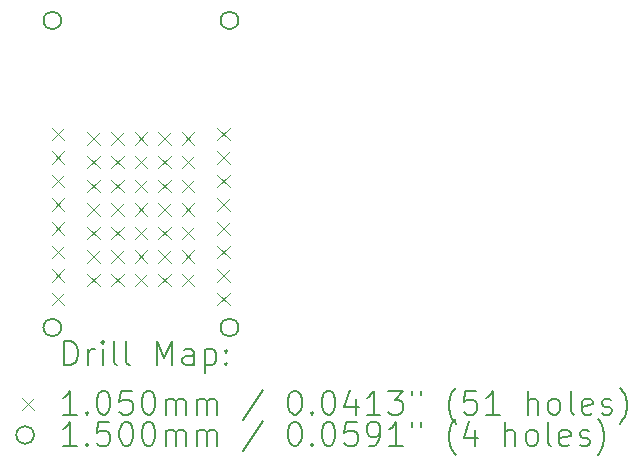
<source format=gbr>
%TF.GenerationSoftware,KiCad,Pcbnew,6.0.10+dfsg-1~bpo11+1*%
%TF.ProjectId,mag,6d61672e-6b69-4636-9164-5f7063625858,rev?*%
%TF.SameCoordinates,Original*%
%TF.FileFunction,Drillmap*%
%TF.FilePolarity,Positive*%
%FSLAX45Y45*%
G04 Gerber Fmt 4.5, Leading zero omitted, Abs format (unit mm)*
%MOMM*%
%LPD*%
G01*
G04 APERTURE LIST*
%ADD10C,0.200000*%
%ADD11C,0.105000*%
%ADD12C,0.150000*%
G04 APERTURE END LIST*
D10*
D11*
X12797500Y-10907500D02*
X12902500Y-11012500D01*
X12902500Y-10907500D02*
X12797500Y-11012500D01*
X12797500Y-11107500D02*
X12902500Y-11212500D01*
X12902500Y-11107500D02*
X12797500Y-11212500D01*
X12797500Y-11307500D02*
X12902500Y-11412500D01*
X12902500Y-11307500D02*
X12797500Y-11412500D01*
X12797500Y-11507500D02*
X12902500Y-11612500D01*
X12902500Y-11507500D02*
X12797500Y-11612500D01*
X12797500Y-11707500D02*
X12902500Y-11812500D01*
X12902500Y-11707500D02*
X12797500Y-11812500D01*
X12797500Y-11907500D02*
X12902500Y-12012500D01*
X12902500Y-11907500D02*
X12797500Y-12012500D01*
X12797500Y-12107500D02*
X12902500Y-12212500D01*
X12902500Y-12107500D02*
X12797500Y-12212500D01*
X12797500Y-12307500D02*
X12902500Y-12412500D01*
X12902500Y-12307500D02*
X12797500Y-12412500D01*
X13097500Y-10947500D02*
X13202500Y-11052500D01*
X13202500Y-10947500D02*
X13097500Y-11052500D01*
X13097500Y-11147500D02*
X13202500Y-11252500D01*
X13202500Y-11147500D02*
X13097500Y-11252500D01*
X13097500Y-11347500D02*
X13202500Y-11452500D01*
X13202500Y-11347500D02*
X13097500Y-11452500D01*
X13097500Y-11547500D02*
X13202500Y-11652500D01*
X13202500Y-11547500D02*
X13097500Y-11652500D01*
X13097500Y-11747500D02*
X13202500Y-11852500D01*
X13202500Y-11747500D02*
X13097500Y-11852500D01*
X13097500Y-11947500D02*
X13202500Y-12052500D01*
X13202500Y-11947500D02*
X13097500Y-12052500D01*
X13097500Y-12147500D02*
X13202500Y-12252500D01*
X13202500Y-12147500D02*
X13097500Y-12252500D01*
X13297500Y-10947500D02*
X13402500Y-11052500D01*
X13402500Y-10947500D02*
X13297500Y-11052500D01*
X13297500Y-11147500D02*
X13402500Y-11252500D01*
X13402500Y-11147500D02*
X13297500Y-11252500D01*
X13297500Y-11347500D02*
X13402500Y-11452500D01*
X13402500Y-11347500D02*
X13297500Y-11452500D01*
X13297500Y-11547500D02*
X13402500Y-11652500D01*
X13402500Y-11547500D02*
X13297500Y-11652500D01*
X13297500Y-11747500D02*
X13402500Y-11852500D01*
X13402500Y-11747500D02*
X13297500Y-11852500D01*
X13297500Y-11947500D02*
X13402500Y-12052500D01*
X13402500Y-11947500D02*
X13297500Y-12052500D01*
X13297500Y-12147500D02*
X13402500Y-12252500D01*
X13402500Y-12147500D02*
X13297500Y-12252500D01*
X13497500Y-10947500D02*
X13602500Y-11052500D01*
X13602500Y-10947500D02*
X13497500Y-11052500D01*
X13497500Y-11147500D02*
X13602500Y-11252500D01*
X13602500Y-11147500D02*
X13497500Y-11252500D01*
X13497500Y-11347500D02*
X13602500Y-11452500D01*
X13602500Y-11347500D02*
X13497500Y-11452500D01*
X13497500Y-11547500D02*
X13602500Y-11652500D01*
X13602500Y-11547500D02*
X13497500Y-11652500D01*
X13497500Y-11747500D02*
X13602500Y-11852500D01*
X13602500Y-11747500D02*
X13497500Y-11852500D01*
X13497500Y-11947500D02*
X13602500Y-12052500D01*
X13602500Y-11947500D02*
X13497500Y-12052500D01*
X13497500Y-12147500D02*
X13602500Y-12252500D01*
X13602500Y-12147500D02*
X13497500Y-12252500D01*
X13697500Y-10947500D02*
X13802500Y-11052500D01*
X13802500Y-10947500D02*
X13697500Y-11052500D01*
X13697500Y-11147500D02*
X13802500Y-11252500D01*
X13802500Y-11147500D02*
X13697500Y-11252500D01*
X13697500Y-11347500D02*
X13802500Y-11452500D01*
X13802500Y-11347500D02*
X13697500Y-11452500D01*
X13697500Y-11547500D02*
X13802500Y-11652500D01*
X13802500Y-11547500D02*
X13697500Y-11652500D01*
X13697500Y-11747500D02*
X13802500Y-11852500D01*
X13802500Y-11747500D02*
X13697500Y-11852500D01*
X13697500Y-11947500D02*
X13802500Y-12052500D01*
X13802500Y-11947500D02*
X13697500Y-12052500D01*
X13697500Y-12147500D02*
X13802500Y-12252500D01*
X13802500Y-12147500D02*
X13697500Y-12252500D01*
X13897500Y-10947500D02*
X14002500Y-11052500D01*
X14002500Y-10947500D02*
X13897500Y-11052500D01*
X13897500Y-11147500D02*
X14002500Y-11252500D01*
X14002500Y-11147500D02*
X13897500Y-11252500D01*
X13897500Y-11347500D02*
X14002500Y-11452500D01*
X14002500Y-11347500D02*
X13897500Y-11452500D01*
X13897500Y-11547500D02*
X14002500Y-11652500D01*
X14002500Y-11547500D02*
X13897500Y-11652500D01*
X13897500Y-11747500D02*
X14002500Y-11852500D01*
X14002500Y-11747500D02*
X13897500Y-11852500D01*
X13897500Y-11947500D02*
X14002500Y-12052500D01*
X14002500Y-11947500D02*
X13897500Y-12052500D01*
X13897500Y-12147500D02*
X14002500Y-12252500D01*
X14002500Y-12147500D02*
X13897500Y-12252500D01*
X14197500Y-10907500D02*
X14302500Y-11012500D01*
X14302500Y-10907500D02*
X14197500Y-11012500D01*
X14197500Y-11107500D02*
X14302500Y-11212500D01*
X14302500Y-11107500D02*
X14197500Y-11212500D01*
X14197500Y-11307500D02*
X14302500Y-11412500D01*
X14302500Y-11307500D02*
X14197500Y-11412500D01*
X14197500Y-11507500D02*
X14302500Y-11612500D01*
X14302500Y-11507500D02*
X14197500Y-11612500D01*
X14197500Y-11707500D02*
X14302500Y-11812500D01*
X14302500Y-11707500D02*
X14197500Y-11812500D01*
X14197500Y-11907500D02*
X14302500Y-12012500D01*
X14302500Y-11907500D02*
X14197500Y-12012500D01*
X14197500Y-12107500D02*
X14302500Y-12212500D01*
X14302500Y-12107500D02*
X14197500Y-12212500D01*
X14197500Y-12307500D02*
X14302500Y-12412500D01*
X14302500Y-12307500D02*
X14197500Y-12412500D01*
D12*
X12875000Y-10000000D02*
G75*
G03*
X12875000Y-10000000I-75000J0D01*
G01*
X12875000Y-12600000D02*
G75*
G03*
X12875000Y-12600000I-75000J0D01*
G01*
X14375000Y-10000000D02*
G75*
G03*
X14375000Y-10000000I-75000J0D01*
G01*
X14375000Y-12600000D02*
G75*
G03*
X14375000Y-12600000I-75000J0D01*
G01*
D10*
X12901619Y-12916476D02*
X12901619Y-12716476D01*
X12949238Y-12716476D01*
X12977809Y-12726000D01*
X12996857Y-12745048D01*
X13006381Y-12764095D01*
X13015905Y-12802190D01*
X13015905Y-12830762D01*
X13006381Y-12868857D01*
X12996857Y-12887905D01*
X12977809Y-12906952D01*
X12949238Y-12916476D01*
X12901619Y-12916476D01*
X13101619Y-12916476D02*
X13101619Y-12783143D01*
X13101619Y-12821238D02*
X13111143Y-12802190D01*
X13120667Y-12792667D01*
X13139714Y-12783143D01*
X13158762Y-12783143D01*
X13225428Y-12916476D02*
X13225428Y-12783143D01*
X13225428Y-12716476D02*
X13215905Y-12726000D01*
X13225428Y-12735524D01*
X13234952Y-12726000D01*
X13225428Y-12716476D01*
X13225428Y-12735524D01*
X13349238Y-12916476D02*
X13330190Y-12906952D01*
X13320667Y-12887905D01*
X13320667Y-12716476D01*
X13454000Y-12916476D02*
X13434952Y-12906952D01*
X13425428Y-12887905D01*
X13425428Y-12716476D01*
X13682571Y-12916476D02*
X13682571Y-12716476D01*
X13749238Y-12859333D01*
X13815905Y-12716476D01*
X13815905Y-12916476D01*
X13996857Y-12916476D02*
X13996857Y-12811714D01*
X13987333Y-12792667D01*
X13968286Y-12783143D01*
X13930190Y-12783143D01*
X13911143Y-12792667D01*
X13996857Y-12906952D02*
X13977809Y-12916476D01*
X13930190Y-12916476D01*
X13911143Y-12906952D01*
X13901619Y-12887905D01*
X13901619Y-12868857D01*
X13911143Y-12849809D01*
X13930190Y-12840286D01*
X13977809Y-12840286D01*
X13996857Y-12830762D01*
X14092095Y-12783143D02*
X14092095Y-12983143D01*
X14092095Y-12792667D02*
X14111143Y-12783143D01*
X14149238Y-12783143D01*
X14168286Y-12792667D01*
X14177809Y-12802190D01*
X14187333Y-12821238D01*
X14187333Y-12878381D01*
X14177809Y-12897428D01*
X14168286Y-12906952D01*
X14149238Y-12916476D01*
X14111143Y-12916476D01*
X14092095Y-12906952D01*
X14273048Y-12897428D02*
X14282571Y-12906952D01*
X14273048Y-12916476D01*
X14263524Y-12906952D01*
X14273048Y-12897428D01*
X14273048Y-12916476D01*
X14273048Y-12792667D02*
X14282571Y-12802190D01*
X14273048Y-12811714D01*
X14263524Y-12802190D01*
X14273048Y-12792667D01*
X14273048Y-12811714D01*
D11*
X12539000Y-13193500D02*
X12644000Y-13298500D01*
X12644000Y-13193500D02*
X12539000Y-13298500D01*
D10*
X13006381Y-13336476D02*
X12892095Y-13336476D01*
X12949238Y-13336476D02*
X12949238Y-13136476D01*
X12930190Y-13165048D01*
X12911143Y-13184095D01*
X12892095Y-13193619D01*
X13092095Y-13317428D02*
X13101619Y-13326952D01*
X13092095Y-13336476D01*
X13082571Y-13326952D01*
X13092095Y-13317428D01*
X13092095Y-13336476D01*
X13225428Y-13136476D02*
X13244476Y-13136476D01*
X13263524Y-13146000D01*
X13273048Y-13155524D01*
X13282571Y-13174571D01*
X13292095Y-13212667D01*
X13292095Y-13260286D01*
X13282571Y-13298381D01*
X13273048Y-13317428D01*
X13263524Y-13326952D01*
X13244476Y-13336476D01*
X13225428Y-13336476D01*
X13206381Y-13326952D01*
X13196857Y-13317428D01*
X13187333Y-13298381D01*
X13177809Y-13260286D01*
X13177809Y-13212667D01*
X13187333Y-13174571D01*
X13196857Y-13155524D01*
X13206381Y-13146000D01*
X13225428Y-13136476D01*
X13473048Y-13136476D02*
X13377809Y-13136476D01*
X13368286Y-13231714D01*
X13377809Y-13222190D01*
X13396857Y-13212667D01*
X13444476Y-13212667D01*
X13463524Y-13222190D01*
X13473048Y-13231714D01*
X13482571Y-13250762D01*
X13482571Y-13298381D01*
X13473048Y-13317428D01*
X13463524Y-13326952D01*
X13444476Y-13336476D01*
X13396857Y-13336476D01*
X13377809Y-13326952D01*
X13368286Y-13317428D01*
X13606381Y-13136476D02*
X13625428Y-13136476D01*
X13644476Y-13146000D01*
X13654000Y-13155524D01*
X13663524Y-13174571D01*
X13673048Y-13212667D01*
X13673048Y-13260286D01*
X13663524Y-13298381D01*
X13654000Y-13317428D01*
X13644476Y-13326952D01*
X13625428Y-13336476D01*
X13606381Y-13336476D01*
X13587333Y-13326952D01*
X13577809Y-13317428D01*
X13568286Y-13298381D01*
X13558762Y-13260286D01*
X13558762Y-13212667D01*
X13568286Y-13174571D01*
X13577809Y-13155524D01*
X13587333Y-13146000D01*
X13606381Y-13136476D01*
X13758762Y-13336476D02*
X13758762Y-13203143D01*
X13758762Y-13222190D02*
X13768286Y-13212667D01*
X13787333Y-13203143D01*
X13815905Y-13203143D01*
X13834952Y-13212667D01*
X13844476Y-13231714D01*
X13844476Y-13336476D01*
X13844476Y-13231714D02*
X13854000Y-13212667D01*
X13873048Y-13203143D01*
X13901619Y-13203143D01*
X13920667Y-13212667D01*
X13930190Y-13231714D01*
X13930190Y-13336476D01*
X14025428Y-13336476D02*
X14025428Y-13203143D01*
X14025428Y-13222190D02*
X14034952Y-13212667D01*
X14054000Y-13203143D01*
X14082571Y-13203143D01*
X14101619Y-13212667D01*
X14111143Y-13231714D01*
X14111143Y-13336476D01*
X14111143Y-13231714D02*
X14120667Y-13212667D01*
X14139714Y-13203143D01*
X14168286Y-13203143D01*
X14187333Y-13212667D01*
X14196857Y-13231714D01*
X14196857Y-13336476D01*
X14587333Y-13126952D02*
X14415905Y-13384095D01*
X14844476Y-13136476D02*
X14863524Y-13136476D01*
X14882571Y-13146000D01*
X14892095Y-13155524D01*
X14901619Y-13174571D01*
X14911143Y-13212667D01*
X14911143Y-13260286D01*
X14901619Y-13298381D01*
X14892095Y-13317428D01*
X14882571Y-13326952D01*
X14863524Y-13336476D01*
X14844476Y-13336476D01*
X14825428Y-13326952D01*
X14815905Y-13317428D01*
X14806381Y-13298381D01*
X14796857Y-13260286D01*
X14796857Y-13212667D01*
X14806381Y-13174571D01*
X14815905Y-13155524D01*
X14825428Y-13146000D01*
X14844476Y-13136476D01*
X14996857Y-13317428D02*
X15006381Y-13326952D01*
X14996857Y-13336476D01*
X14987333Y-13326952D01*
X14996857Y-13317428D01*
X14996857Y-13336476D01*
X15130190Y-13136476D02*
X15149238Y-13136476D01*
X15168286Y-13146000D01*
X15177809Y-13155524D01*
X15187333Y-13174571D01*
X15196857Y-13212667D01*
X15196857Y-13260286D01*
X15187333Y-13298381D01*
X15177809Y-13317428D01*
X15168286Y-13326952D01*
X15149238Y-13336476D01*
X15130190Y-13336476D01*
X15111143Y-13326952D01*
X15101619Y-13317428D01*
X15092095Y-13298381D01*
X15082571Y-13260286D01*
X15082571Y-13212667D01*
X15092095Y-13174571D01*
X15101619Y-13155524D01*
X15111143Y-13146000D01*
X15130190Y-13136476D01*
X15368286Y-13203143D02*
X15368286Y-13336476D01*
X15320667Y-13126952D02*
X15273048Y-13269809D01*
X15396857Y-13269809D01*
X15577809Y-13336476D02*
X15463524Y-13336476D01*
X15520667Y-13336476D02*
X15520667Y-13136476D01*
X15501619Y-13165048D01*
X15482571Y-13184095D01*
X15463524Y-13193619D01*
X15644476Y-13136476D02*
X15768286Y-13136476D01*
X15701619Y-13212667D01*
X15730190Y-13212667D01*
X15749238Y-13222190D01*
X15758762Y-13231714D01*
X15768286Y-13250762D01*
X15768286Y-13298381D01*
X15758762Y-13317428D01*
X15749238Y-13326952D01*
X15730190Y-13336476D01*
X15673048Y-13336476D01*
X15654000Y-13326952D01*
X15644476Y-13317428D01*
X15844476Y-13136476D02*
X15844476Y-13174571D01*
X15920667Y-13136476D02*
X15920667Y-13174571D01*
X16215905Y-13412667D02*
X16206381Y-13403143D01*
X16187333Y-13374571D01*
X16177809Y-13355524D01*
X16168286Y-13326952D01*
X16158762Y-13279333D01*
X16158762Y-13241238D01*
X16168286Y-13193619D01*
X16177809Y-13165048D01*
X16187333Y-13146000D01*
X16206381Y-13117428D01*
X16215905Y-13107905D01*
X16387333Y-13136476D02*
X16292095Y-13136476D01*
X16282571Y-13231714D01*
X16292095Y-13222190D01*
X16311143Y-13212667D01*
X16358762Y-13212667D01*
X16377809Y-13222190D01*
X16387333Y-13231714D01*
X16396857Y-13250762D01*
X16396857Y-13298381D01*
X16387333Y-13317428D01*
X16377809Y-13326952D01*
X16358762Y-13336476D01*
X16311143Y-13336476D01*
X16292095Y-13326952D01*
X16282571Y-13317428D01*
X16587333Y-13336476D02*
X16473048Y-13336476D01*
X16530190Y-13336476D02*
X16530190Y-13136476D01*
X16511143Y-13165048D01*
X16492095Y-13184095D01*
X16473048Y-13193619D01*
X16825429Y-13336476D02*
X16825429Y-13136476D01*
X16911143Y-13336476D02*
X16911143Y-13231714D01*
X16901619Y-13212667D01*
X16882571Y-13203143D01*
X16854000Y-13203143D01*
X16834952Y-13212667D01*
X16825429Y-13222190D01*
X17034952Y-13336476D02*
X17015905Y-13326952D01*
X17006381Y-13317428D01*
X16996857Y-13298381D01*
X16996857Y-13241238D01*
X17006381Y-13222190D01*
X17015905Y-13212667D01*
X17034952Y-13203143D01*
X17063524Y-13203143D01*
X17082571Y-13212667D01*
X17092095Y-13222190D01*
X17101619Y-13241238D01*
X17101619Y-13298381D01*
X17092095Y-13317428D01*
X17082571Y-13326952D01*
X17063524Y-13336476D01*
X17034952Y-13336476D01*
X17215905Y-13336476D02*
X17196857Y-13326952D01*
X17187333Y-13307905D01*
X17187333Y-13136476D01*
X17368286Y-13326952D02*
X17349238Y-13336476D01*
X17311143Y-13336476D01*
X17292095Y-13326952D01*
X17282571Y-13307905D01*
X17282571Y-13231714D01*
X17292095Y-13212667D01*
X17311143Y-13203143D01*
X17349238Y-13203143D01*
X17368286Y-13212667D01*
X17377810Y-13231714D01*
X17377810Y-13250762D01*
X17282571Y-13269809D01*
X17454000Y-13326952D02*
X17473048Y-13336476D01*
X17511143Y-13336476D01*
X17530190Y-13326952D01*
X17539714Y-13307905D01*
X17539714Y-13298381D01*
X17530190Y-13279333D01*
X17511143Y-13269809D01*
X17482571Y-13269809D01*
X17463524Y-13260286D01*
X17454000Y-13241238D01*
X17454000Y-13231714D01*
X17463524Y-13212667D01*
X17482571Y-13203143D01*
X17511143Y-13203143D01*
X17530190Y-13212667D01*
X17606381Y-13412667D02*
X17615905Y-13403143D01*
X17634952Y-13374571D01*
X17644476Y-13355524D01*
X17654000Y-13326952D01*
X17663524Y-13279333D01*
X17663524Y-13241238D01*
X17654000Y-13193619D01*
X17644476Y-13165048D01*
X17634952Y-13146000D01*
X17615905Y-13117428D01*
X17606381Y-13107905D01*
D12*
X12644000Y-13510000D02*
G75*
G03*
X12644000Y-13510000I-75000J0D01*
G01*
D10*
X13006381Y-13600476D02*
X12892095Y-13600476D01*
X12949238Y-13600476D02*
X12949238Y-13400476D01*
X12930190Y-13429048D01*
X12911143Y-13448095D01*
X12892095Y-13457619D01*
X13092095Y-13581428D02*
X13101619Y-13590952D01*
X13092095Y-13600476D01*
X13082571Y-13590952D01*
X13092095Y-13581428D01*
X13092095Y-13600476D01*
X13282571Y-13400476D02*
X13187333Y-13400476D01*
X13177809Y-13495714D01*
X13187333Y-13486190D01*
X13206381Y-13476667D01*
X13254000Y-13476667D01*
X13273048Y-13486190D01*
X13282571Y-13495714D01*
X13292095Y-13514762D01*
X13292095Y-13562381D01*
X13282571Y-13581428D01*
X13273048Y-13590952D01*
X13254000Y-13600476D01*
X13206381Y-13600476D01*
X13187333Y-13590952D01*
X13177809Y-13581428D01*
X13415905Y-13400476D02*
X13434952Y-13400476D01*
X13454000Y-13410000D01*
X13463524Y-13419524D01*
X13473048Y-13438571D01*
X13482571Y-13476667D01*
X13482571Y-13524286D01*
X13473048Y-13562381D01*
X13463524Y-13581428D01*
X13454000Y-13590952D01*
X13434952Y-13600476D01*
X13415905Y-13600476D01*
X13396857Y-13590952D01*
X13387333Y-13581428D01*
X13377809Y-13562381D01*
X13368286Y-13524286D01*
X13368286Y-13476667D01*
X13377809Y-13438571D01*
X13387333Y-13419524D01*
X13396857Y-13410000D01*
X13415905Y-13400476D01*
X13606381Y-13400476D02*
X13625428Y-13400476D01*
X13644476Y-13410000D01*
X13654000Y-13419524D01*
X13663524Y-13438571D01*
X13673048Y-13476667D01*
X13673048Y-13524286D01*
X13663524Y-13562381D01*
X13654000Y-13581428D01*
X13644476Y-13590952D01*
X13625428Y-13600476D01*
X13606381Y-13600476D01*
X13587333Y-13590952D01*
X13577809Y-13581428D01*
X13568286Y-13562381D01*
X13558762Y-13524286D01*
X13558762Y-13476667D01*
X13568286Y-13438571D01*
X13577809Y-13419524D01*
X13587333Y-13410000D01*
X13606381Y-13400476D01*
X13758762Y-13600476D02*
X13758762Y-13467143D01*
X13758762Y-13486190D02*
X13768286Y-13476667D01*
X13787333Y-13467143D01*
X13815905Y-13467143D01*
X13834952Y-13476667D01*
X13844476Y-13495714D01*
X13844476Y-13600476D01*
X13844476Y-13495714D02*
X13854000Y-13476667D01*
X13873048Y-13467143D01*
X13901619Y-13467143D01*
X13920667Y-13476667D01*
X13930190Y-13495714D01*
X13930190Y-13600476D01*
X14025428Y-13600476D02*
X14025428Y-13467143D01*
X14025428Y-13486190D02*
X14034952Y-13476667D01*
X14054000Y-13467143D01*
X14082571Y-13467143D01*
X14101619Y-13476667D01*
X14111143Y-13495714D01*
X14111143Y-13600476D01*
X14111143Y-13495714D02*
X14120667Y-13476667D01*
X14139714Y-13467143D01*
X14168286Y-13467143D01*
X14187333Y-13476667D01*
X14196857Y-13495714D01*
X14196857Y-13600476D01*
X14587333Y-13390952D02*
X14415905Y-13648095D01*
X14844476Y-13400476D02*
X14863524Y-13400476D01*
X14882571Y-13410000D01*
X14892095Y-13419524D01*
X14901619Y-13438571D01*
X14911143Y-13476667D01*
X14911143Y-13524286D01*
X14901619Y-13562381D01*
X14892095Y-13581428D01*
X14882571Y-13590952D01*
X14863524Y-13600476D01*
X14844476Y-13600476D01*
X14825428Y-13590952D01*
X14815905Y-13581428D01*
X14806381Y-13562381D01*
X14796857Y-13524286D01*
X14796857Y-13476667D01*
X14806381Y-13438571D01*
X14815905Y-13419524D01*
X14825428Y-13410000D01*
X14844476Y-13400476D01*
X14996857Y-13581428D02*
X15006381Y-13590952D01*
X14996857Y-13600476D01*
X14987333Y-13590952D01*
X14996857Y-13581428D01*
X14996857Y-13600476D01*
X15130190Y-13400476D02*
X15149238Y-13400476D01*
X15168286Y-13410000D01*
X15177809Y-13419524D01*
X15187333Y-13438571D01*
X15196857Y-13476667D01*
X15196857Y-13524286D01*
X15187333Y-13562381D01*
X15177809Y-13581428D01*
X15168286Y-13590952D01*
X15149238Y-13600476D01*
X15130190Y-13600476D01*
X15111143Y-13590952D01*
X15101619Y-13581428D01*
X15092095Y-13562381D01*
X15082571Y-13524286D01*
X15082571Y-13476667D01*
X15092095Y-13438571D01*
X15101619Y-13419524D01*
X15111143Y-13410000D01*
X15130190Y-13400476D01*
X15377809Y-13400476D02*
X15282571Y-13400476D01*
X15273048Y-13495714D01*
X15282571Y-13486190D01*
X15301619Y-13476667D01*
X15349238Y-13476667D01*
X15368286Y-13486190D01*
X15377809Y-13495714D01*
X15387333Y-13514762D01*
X15387333Y-13562381D01*
X15377809Y-13581428D01*
X15368286Y-13590952D01*
X15349238Y-13600476D01*
X15301619Y-13600476D01*
X15282571Y-13590952D01*
X15273048Y-13581428D01*
X15482571Y-13600476D02*
X15520667Y-13600476D01*
X15539714Y-13590952D01*
X15549238Y-13581428D01*
X15568286Y-13552857D01*
X15577809Y-13514762D01*
X15577809Y-13438571D01*
X15568286Y-13419524D01*
X15558762Y-13410000D01*
X15539714Y-13400476D01*
X15501619Y-13400476D01*
X15482571Y-13410000D01*
X15473048Y-13419524D01*
X15463524Y-13438571D01*
X15463524Y-13486190D01*
X15473048Y-13505238D01*
X15482571Y-13514762D01*
X15501619Y-13524286D01*
X15539714Y-13524286D01*
X15558762Y-13514762D01*
X15568286Y-13505238D01*
X15577809Y-13486190D01*
X15768286Y-13600476D02*
X15654000Y-13600476D01*
X15711143Y-13600476D02*
X15711143Y-13400476D01*
X15692095Y-13429048D01*
X15673048Y-13448095D01*
X15654000Y-13457619D01*
X15844476Y-13400476D02*
X15844476Y-13438571D01*
X15920667Y-13400476D02*
X15920667Y-13438571D01*
X16215905Y-13676667D02*
X16206381Y-13667143D01*
X16187333Y-13638571D01*
X16177809Y-13619524D01*
X16168286Y-13590952D01*
X16158762Y-13543333D01*
X16158762Y-13505238D01*
X16168286Y-13457619D01*
X16177809Y-13429048D01*
X16187333Y-13410000D01*
X16206381Y-13381428D01*
X16215905Y-13371905D01*
X16377809Y-13467143D02*
X16377809Y-13600476D01*
X16330190Y-13390952D02*
X16282571Y-13533809D01*
X16406381Y-13533809D01*
X16634952Y-13600476D02*
X16634952Y-13400476D01*
X16720667Y-13600476D02*
X16720667Y-13495714D01*
X16711143Y-13476667D01*
X16692095Y-13467143D01*
X16663524Y-13467143D01*
X16644476Y-13476667D01*
X16634952Y-13486190D01*
X16844476Y-13600476D02*
X16825429Y-13590952D01*
X16815905Y-13581428D01*
X16806381Y-13562381D01*
X16806381Y-13505238D01*
X16815905Y-13486190D01*
X16825429Y-13476667D01*
X16844476Y-13467143D01*
X16873048Y-13467143D01*
X16892095Y-13476667D01*
X16901619Y-13486190D01*
X16911143Y-13505238D01*
X16911143Y-13562381D01*
X16901619Y-13581428D01*
X16892095Y-13590952D01*
X16873048Y-13600476D01*
X16844476Y-13600476D01*
X17025429Y-13600476D02*
X17006381Y-13590952D01*
X16996857Y-13571905D01*
X16996857Y-13400476D01*
X17177810Y-13590952D02*
X17158762Y-13600476D01*
X17120667Y-13600476D01*
X17101619Y-13590952D01*
X17092095Y-13571905D01*
X17092095Y-13495714D01*
X17101619Y-13476667D01*
X17120667Y-13467143D01*
X17158762Y-13467143D01*
X17177810Y-13476667D01*
X17187333Y-13495714D01*
X17187333Y-13514762D01*
X17092095Y-13533809D01*
X17263524Y-13590952D02*
X17282571Y-13600476D01*
X17320667Y-13600476D01*
X17339714Y-13590952D01*
X17349238Y-13571905D01*
X17349238Y-13562381D01*
X17339714Y-13543333D01*
X17320667Y-13533809D01*
X17292095Y-13533809D01*
X17273048Y-13524286D01*
X17263524Y-13505238D01*
X17263524Y-13495714D01*
X17273048Y-13476667D01*
X17292095Y-13467143D01*
X17320667Y-13467143D01*
X17339714Y-13476667D01*
X17415905Y-13676667D02*
X17425429Y-13667143D01*
X17444476Y-13638571D01*
X17454000Y-13619524D01*
X17463524Y-13590952D01*
X17473048Y-13543333D01*
X17473048Y-13505238D01*
X17463524Y-13457619D01*
X17454000Y-13429048D01*
X17444476Y-13410000D01*
X17425429Y-13381428D01*
X17415905Y-13371905D01*
M02*

</source>
